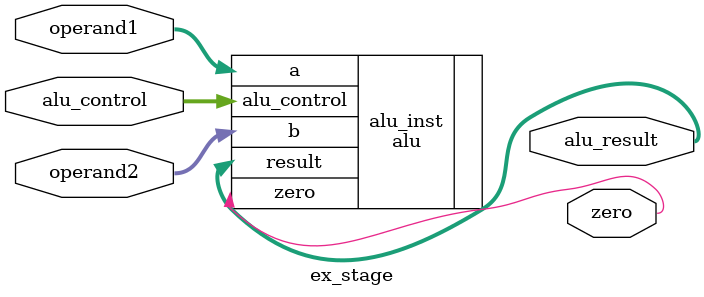
<source format=v>
module ex_stage (
    input [31:0] operand1,
    input [31:0] operand2,
    input [3:0] alu_control,
    output [31:0] alu_result,
    output zero
);

alu alu_inst (
    .a(operand1),
    .b(operand2),
    .alu_control(alu_control),
    .result(alu_result),
    .zero(zero)
);

endmodule

</source>
